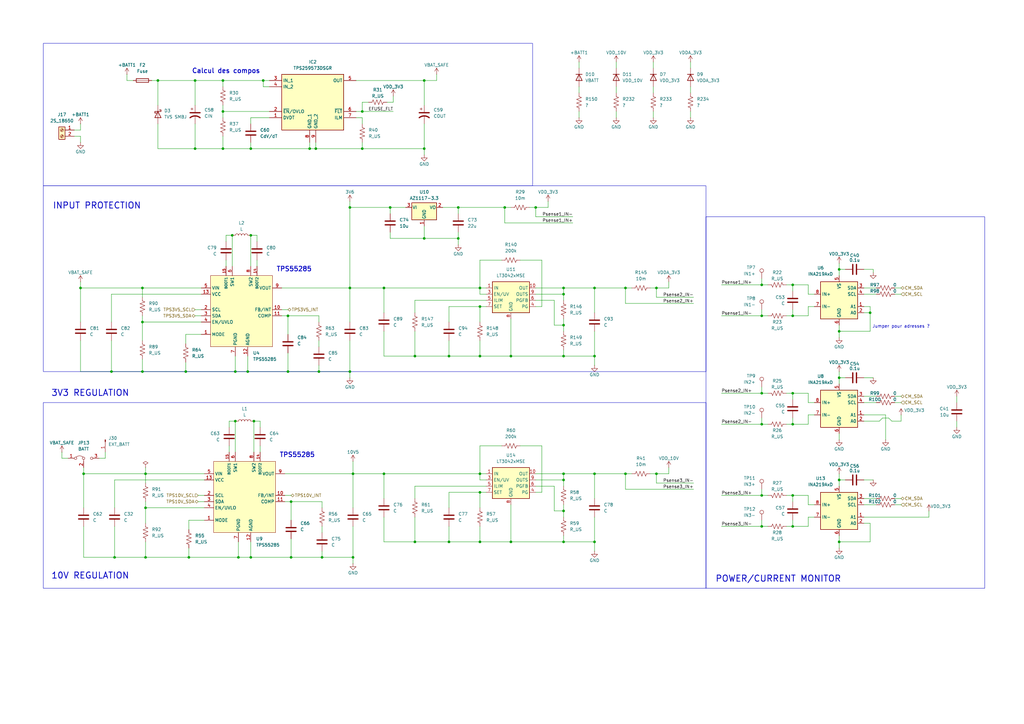
<source format=kicad_sch>
(kicad_sch (version 20250114) (generator "eeschema") (generator_version "9.0")
  (paper "A3")
  (rectangle (start 17.78 165.1) (end 289.56 241.3))
  (rectangle (start 17.78 76.2) (end 289.56 152.4))
  (rectangle (start 17.78 17.78) (end 218.44 76.2))
  (rectangle (start 289.56 88.9) (end 403.86 241.3))
  (text "Calcul des compos" (at 92.71 29.21 0) (effects (font (size 1.905 1.905) (thickness 0.3175))))
  (text "Jumper pour adresses ?" (at 369.57 133.985 0) (effects (font (size 1.27 1.27))))
  (text "TPS55285" (at 120.65 110.49 0) (effects (font (size 1.905 1.905) (thickness 0.3175))))
  (text "10V REGULATION" (at 20.955 236.22 0) (effects (font (size 2.54 2.54) (thickness 0.3175)) (justify left)))
  (text "3V3 REGULATION" (at 20.955 161.29 0) (effects (font (size 2.54 2.54) (thickness 0.3175)) (justify left)))
  (text "POWER/CURRENT MONITOR" (at 293.37 237.49 0) (effects (font (size 2.54 2.54) (thickness 0.3175)) (justify left)))
  (text "INPUT PROTECTION" (at 21.59 84.455 0) (effects (font (size 2.54 2.54) (thickness 0.3175)) (justify left)))
  (text "TPS55285" (at 121.92 186.69 0) (effects (font (size 1.905 1.905) (thickness 0.3175))))
  (junction (at 196.85 201.93))
  (junction (at 119.38 205.74))
  (junction (at 170.18 146.05))
  (junction (at 80.01 60.96))
  (junction (at 312.42 215.9))
  (junction (at 127 60.96))
  (junction (at 143.51 118.11))
  (junction (at 231.14 194.31))
  (junction (at 325.12 116.84))
  (junction (at 91.44 60.96))
  (junction (at 209.55 146.05))
  (junction (at 76.2 152.4))
  (junction (at 344.17 222.25))
  (junction (at 325.12 173.99))
  (junction (at 96.52 172.72))
  (junction (at 132.08 228.6))
  (junction (at 160.02 85.09))
  (junction (at 58.42 118.11))
  (junction (at 231.14 209.55))
  (junction (at 187.96 97.79))
  (junction (at 46.99 228.6))
  (junction (at 59.69 228.6))
  (junction (at 325.12 161.29))
  (junction (at 170.18 222.25))
  (junction (at 325.12 203.2))
  (junction (at 231.14 118.11))
  (junction (at 231.14 133.35))
  (junction (at 129.54 60.96))
  (junction (at 33.02 118.11))
  (junction (at 231.14 222.25))
  (junction (at 269.24 118.11))
  (junction (at 143.51 152.4))
  (junction (at 101.6 152.4))
  (junction (at 243.84 222.25))
  (junction (at 64.77 33.02))
  (junction (at 196.85 222.25))
  (junction (at 77.47 228.6))
  (junction (at 196.85 125.73))
  (junction (at 312.42 203.2))
  (junction (at 102.87 60.96))
  (junction (at 144.78 194.31))
  (junction (at 196.85 194.31))
  (junction (at 91.44 33.02))
  (junction (at 34.29 194.31))
  (junction (at 231.14 146.05))
  (junction (at 231.14 120.65))
  (junction (at 143.51 85.09))
  (junction (at 118.11 152.4))
  (junction (at 187.96 85.09))
  (junction (at 325.12 215.9))
  (junction (at 243.84 146.05))
  (junction (at 196.85 146.05))
  (junction (at 256.54 194.31))
  (junction (at 243.84 118.11))
  (junction (at 356.87 128.27))
  (junction (at 344.17 154.94))
  (junction (at 231.14 196.85))
  (junction (at 45.72 152.4))
  (junction (at 157.48 194.31))
  (junction (at 97.79 228.6))
  (junction (at 269.24 194.31))
  (junction (at 344.17 196.85))
  (junction (at 118.11 129.54))
  (junction (at 102.87 228.6))
  (junction (at 102.87 96.52))
  (junction (at 59.69 194.31))
  (junction (at 312.42 161.29))
  (junction (at 184.15 222.25))
  (junction (at 80.01 33.02))
  (junction (at 209.55 222.25))
  (junction (at 312.42 129.54))
  (junction (at 130.81 152.4))
  (junction (at 243.84 194.31))
  (junction (at 173.99 60.96))
  (junction (at 96.52 152.4))
  (junction (at 95.25 96.52))
  (junction (at 119.38 228.6))
  (junction (at 312.42 173.99))
  (junction (at 58.42 132.08))
  (junction (at 144.78 228.6))
  (junction (at 59.69 208.28))
  (junction (at 344.17 135.89))
  (junction (at 312.42 116.84))
  (junction (at 104.14 172.72))
  (junction (at 184.15 146.05))
  (junction (at 173.99 97.79))
  (junction (at 207.01 85.09))
  (junction (at 148.59 60.96))
  (junction (at 107.95 33.02))
  (junction (at 157.48 118.11))
  (junction (at 256.54 118.11))
  (junction (at 344.17 110.49))
  (junction (at 196.85 118.11))
  (junction (at 91.44 45.72))
  (junction (at 173.99 33.02))
  (junction (at 58.42 152.4))
  (junction (at 148.59 45.72))
  (junction (at 325.12 129.54))
  (junction (at 219.71 85.09))
  (wire (pts (xy 187.96 85.09) (xy 207.01 85.09)))
  (wire (pts (xy 219.71 120.65) (xy 231.14 120.65)))
  (wire (pts (xy 196.85 118.11) (xy 196.85 106.68)))
  (wire (pts (xy 219.71 196.85) (xy 231.14 196.85)))
  (wire (pts (xy 354.33 165.1) (xy 359.41 165.1)))
  (wire (pts (xy 365.76 172.72) (xy 369.57 172.72)))
  (wire (pts (xy 45.72 120.65) (xy 45.72 132.08)))
  (wire (pts (xy 334.01 125.73) (xy 331.47 125.73)))
  (wire (pts (xy 234.95 88.9) (xy 219.71 88.9)))
  (wire (pts (xy 184.15 201.93) (xy 196.85 201.93)))
  (wire (pts (xy 95.25 96.52) (xy 95.25 109.22)))
  (wire (pts (xy 91.44 45.72) (xy 110.49 45.72)))
  (wire (pts (xy 243.84 194.31) (xy 256.54 194.31)))
  (wire (pts (xy 344.17 194.31) (xy 344.17 196.85)))
  (wire (pts (xy 33.02 139.7) (xy 33.02 152.4)))
  (wire (pts (xy 157.48 118.11) (xy 157.48 128.27)))
  (wire (pts (xy 187.96 95.25) (xy 187.96 97.79)))
  (wire (pts (xy 148.59 60.96) (xy 129.54 60.96)))
  (wire (pts (xy 45.72 139.7) (xy 45.72 152.4)))
  (wire (pts (xy 356.87 214.63) (xy 356.87 222.25)))
  (wire (pts (xy 196.85 201.93) (xy 199.39 201.93)))
  (wire (pts (xy 151.13 41.91) (xy 148.59 41.91)))
  (wire (pts (xy 58.42 118.11) (xy 82.55 118.11)))
  (wire (pts (xy 170.18 135.89) (xy 170.18 146.05)))
  (wire (pts (xy 77.47 213.36) (xy 77.47 217.17)))
  (wire (pts (xy 91.44 45.72) (xy 91.44 48.26)))
  (wire (pts (xy 295.91 215.9) (xy 312.42 215.9)))
  (wire (pts (xy 52.07 33.02) (xy 54.61 33.02)))
  (wire (pts (xy 80.01 50.8) (xy 80.01 60.96)))
  (wire (pts (xy 284.48 124.46) (xy 256.54 124.46)))
  (wire (pts (xy 77.47 224.79) (xy 77.47 228.6)))
  (wire (pts (xy 102.87 96.52) (xy 105.41 96.52)))
  (wire (pts (xy 115.57 127) (xy 118.11 127)))
  (wire (pts (xy 62.23 33.02) (xy 64.77 33.02)))
  (wire (pts (xy 118.11 152.4) (xy 118.11 144.78)))
  (wire (pts (xy 344.17 110.49) (xy 346.71 110.49)))
  (wire (pts (xy 104.14 172.72) (xy 104.14 185.42)))
  (wire (pts (xy 161.29 39.37) (xy 161.29 41.91)))
  (wire (pts (xy 354.33 118.11) (xy 359.41 118.11)))
  (wire (pts (xy 354.33 120.65) (xy 359.41 120.65)))
  (wire (pts (xy 127 60.96) (xy 127 58.42)))
  (wire (pts (xy 274.32 115.57) (xy 274.32 118.11)))
  (wire (pts (xy 312.42 173.99) (xy 314.96 173.99)))
  (wire (pts (xy 199.39 120.65) (xy 196.85 120.65)))
  (wire (pts (xy 312.42 203.2) (xy 314.96 203.2)))
  (wire (pts (xy 354.33 162.56) (xy 359.41 162.56)))
  (wire (pts (xy 331.47 173.99) (xy 325.12 173.99)))
  (wire (pts (xy 219.71 123.19) (xy 227.33 123.19)))
  (wire (pts (xy 325.12 213.36) (xy 325.12 215.9)))
  (wire (pts (xy 325.12 161.29) (xy 325.12 163.83)))
  (wire (pts (xy 381 212.09) (xy 354.33 212.09)))
  (wire (pts (xy 77.47 228.6) (xy 97.79 228.6)))
  (wire (pts (xy 331.47 129.54) (xy 325.12 129.54)))
  (wire (pts (xy 367.03 120.65) (xy 369.57 120.65)))
  (wire (pts (xy 58.42 147.32) (xy 58.42 152.4)))
  (wire (pts (xy 356.87 135.89) (xy 344.17 135.89)))
  (wire (pts (xy 312.42 213.36) (xy 312.42 215.9)))
  (wire (pts (xy 59.69 198.12) (xy 59.69 194.31)))
  (wire (pts (xy 118.11 152.4) (xy 101.6 152.4)))
  (wire (pts (xy 58.42 129.54) (xy 58.42 132.08)))
  (wire (pts (xy 46.99 228.6) (xy 59.69 228.6)))
  (wire (pts (xy 130.81 149.86) (xy 130.81 152.4)))
  (wire (pts (xy 160.02 85.09) (xy 160.02 87.63)))
  (wire (pts (xy 256.54 194.31) (xy 259.08 194.31)))
  (wire (pts (xy 360.68 172.72) (xy 361.95 171.45)))
  (wire (pts (xy 209.55 146.05) (xy 231.14 146.05)))
  (wire (pts (xy 130.81 139.7) (xy 130.81 142.24)))
  (wire (pts (xy 356.87 222.25) (xy 344.17 222.25)))
  (wire (pts (xy 344.17 219.71) (xy 344.17 222.25)))
  (wire (pts (xy 222.25 182.88) (xy 222.25 201.93)))
  (wire (pts (xy 101.6 152.4) (xy 96.52 152.4)))
  (wire (pts (xy 283.21 25.4) (xy 283.21 27.94)))
  (wire (pts (xy 116.84 194.31) (xy 144.78 194.31)))
  (wire (pts (xy 143.51 139.7) (xy 143.51 152.4)))
  (wire (pts (xy 267.97 48.26) (xy 267.97 45.72)))
  (wire (pts (xy 179.07 33.02) (xy 179.07 30.48)))
  (wire (pts (xy 43.18 185.42) (xy 43.18 187.96)))
  (wire (pts (xy 143.51 82.55) (xy 143.51 85.09)))
  (wire (pts (xy 295.91 203.2) (xy 312.42 203.2)))
  (wire (pts (xy 184.15 222.25) (xy 196.85 222.25)))
  (wire (pts (xy 157.48 194.31) (xy 157.48 204.47)))
  (wire (pts (xy 325.12 161.29) (xy 322.58 161.29)))
  (wire (pts (xy 213.36 182.88) (xy 222.25 182.88)))
  (wire (pts (xy 274.32 191.77) (xy 274.32 194.31)))
  (wire (pts (xy 173.99 92.71) (xy 173.99 97.79)))
  (wire (pts (xy 312.42 114.3) (xy 312.42 116.84)))
  (wire (pts (xy 252.73 38.1) (xy 252.73 35.56)))
  (wire (pts (xy 34.29 194.31) (xy 34.29 208.28)))
  (wire (pts (xy 33.02 115.57) (xy 33.02 118.11)))
  (wire (pts (xy 231.14 196.85) (xy 231.14 194.31)))
  (wire (pts (xy 95.25 96.52) (xy 92.71 96.52)))
  (wire (pts (xy 363.22 180.34) (xy 363.22 170.18)))
  (wire (pts (xy 312.42 200.66) (xy 312.42 203.2)))
  (wire (pts (xy 354.33 125.73) (xy 356.87 125.73)))
  (wire (pts (xy 144.78 194.31) (xy 144.78 208.28)))
  (wire (pts (xy 331.47 120.65) (xy 331.47 116.84)))
  (wire (pts (xy 325.12 215.9) (xy 322.58 215.9)))
  (wire (pts (xy 392.43 162.56) (xy 392.43 165.1)))
  (wire (pts (xy 45.72 152.4) (xy 58.42 152.4)))
  (wire (pts (xy 358.14 111.76) (xy 358.14 110.49)))
  (wire (pts (xy 106.68 182.88) (xy 106.68 185.42)))
  (wire (pts (xy 231.14 133.35) (xy 231.14 135.89)))
  (wire (pts (xy 146.05 33.02) (xy 173.99 33.02)))
  (wire (pts (xy 34.29 215.9) (xy 34.29 228.6)))
  (wire (pts (xy 97.79 228.6) (xy 97.79 222.25)))
  (wire (pts (xy 227.33 133.35) (xy 231.14 133.35)))
  (wire (pts (xy 367.03 118.11) (xy 369.57 118.11)))
  (wire (pts (xy 243.84 226.06) (xy 243.84 222.25)))
  (wire (pts (xy 59.69 208.28) (xy 83.82 208.28)))
  (wire (pts (xy 367.03 204.47) (xy 369.57 204.47)))
  (wire (pts (xy 129.54 60.96) (xy 127 60.96)))
  (wire (pts (xy 219.71 85.09) (xy 224.79 85.09)))
  (wire (pts (xy 227.33 209.55) (xy 231.14 209.55)))
  (wire (pts (xy 119.38 205.74) (xy 132.08 205.74)))
  (wire (pts (xy 356.87 128.27) (xy 356.87 135.89)))
  (wire (pts (xy 59.69 205.74) (xy 59.69 208.28)))
  (wire (pts (xy 237.49 45.72) (xy 237.49 48.26)))
  (wire (pts (xy 231.14 209.55) (xy 231.14 212.09)))
  (wire (pts (xy 231.14 207.01) (xy 231.14 209.55)))
  (wire (pts (xy 58.42 139.7) (xy 58.42 132.08)))
  (wire (pts (xy 59.69 208.28) (xy 59.69 214.63)))
  (wire (pts (xy 81.28 203.2) (xy 83.82 203.2)))
  (wire (pts (xy 196.85 182.88) (xy 205.74 182.88)))
  (wire (pts (xy 157.48 118.11) (xy 196.85 118.11)))
  (wire (pts (xy 148.59 45.72) (xy 146.05 45.72)))
  (wire (pts (xy 284.48 200.66) (xy 256.54 200.66)))
  (wire (pts (xy 196.85 215.9) (xy 196.85 222.25)))
  (wire (pts (xy 222.25 125.73) (xy 219.71 125.73)))
  (wire (pts (xy 173.99 33.02) (xy 179.07 33.02)))
  (wire (pts (xy 101.6 146.05) (xy 101.6 152.4)))
  (wire (pts (xy 269.24 198.12) (xy 269.24 194.31)))
  (wire (pts (xy 367.03 207.01) (xy 369.57 207.01)))
  (wire (pts (xy 344.17 196.85) (xy 344.17 199.39)))
  (wire (pts (xy 196.85 139.7) (xy 196.85 146.05)))
  (wire (pts (xy 314.96 161.29) (xy 312.42 161.29)))
  (wire (pts (xy 91.44 55.88) (xy 91.44 60.96)))
  (wire (pts (xy 160.02 85.09) (xy 166.37 85.09)))
  (wire (pts (xy 219.71 199.39) (xy 227.33 199.39)))
  (wire (pts (xy 64.77 60.96) (xy 80.01 60.96)))
  (wire (pts (xy 64.77 50.8) (xy 64.77 60.96)))
  (wire (pts (xy 132.08 226.06) (xy 132.08 228.6)))
  (wire (pts (xy 252.73 48.26) (xy 252.73 45.72)))
  (wire (pts (xy 170.18 146.05) (xy 184.15 146.05)))
  (wire (pts (xy 144.78 228.6) (xy 144.78 231.14)))
  (wire (pts (xy 184.15 139.7) (xy 184.15 146.05)))
  (wire (pts (xy 243.84 222.25) (xy 243.84 212.09)))
  (wire (pts (xy 354.33 207.01) (xy 359.41 207.01)))
  (wire (pts (xy 158.75 41.91) (xy 161.29 41.91)))
  (wire (pts (xy 243.84 118.11) (xy 256.54 118.11)))
  (wire (pts (xy 354.33 204.47) (xy 359.41 204.47)))
  (wire (pts (xy 106.68 172.72) (xy 106.68 175.26)))
  (wire (pts (xy 266.7 118.11) (xy 269.24 118.11)))
  (wire (pts (xy 92.71 106.68) (xy 92.71 109.22)))
  (wire (pts (xy 381 209.55) (xy 381 212.09)))
  (wire (pts (xy 173.99 97.79) (xy 187.96 97.79)))
  (wire (pts (xy 102.87 96.52) (xy 102.87 109.22)))
  (wire (pts (xy 146.05 48.26) (xy 148.59 48.26)))
  (wire (pts (xy 243.84 146.05) (xy 243.84 135.89)))
  (wire (pts (xy 344.17 154.94) (xy 344.17 157.48)))
  (wire (pts (xy 334.01 212.09) (xy 331.47 212.09)))
  (wire (pts (xy 344.17 110.49) (xy 344.17 113.03)))
  (wire (pts (xy 367.03 162.56) (xy 369.57 162.56)))
  (wire (pts (xy 213.36 106.68) (xy 222.25 106.68)))
  (wire (pts (xy 143.51 118.11) (xy 157.48 118.11)))
  (wire (pts (xy 157.48 135.89) (xy 157.48 146.05)))
  (wire (pts (xy 184.15 208.28) (xy 184.15 201.93)))
  (wire (pts (xy 331.47 203.2) (xy 325.12 203.2)))
  (wire (pts (xy 358.14 196.85) (xy 354.33 196.85)))
  (wire (pts (xy 369.57 170.18) (xy 369.57 172.72)))
  (wire (pts (xy 33.02 50.8) (xy 33.02 53.34)))
  (wire (pts (xy 269.24 194.31) (xy 274.32 194.31)))
  (wire (pts (xy 45.72 120.65) (xy 82.55 120.65)))
  (wire (pts (xy 76.2 152.4) (xy 96.52 152.4)))
  (wire (pts (xy 312.42 215.9) (xy 314.96 215.9)))
  (wire (pts (xy 144.78 189.23) (xy 144.78 194.31)))
  (wire (pts (xy 58.42 132.08) (xy 82.55 132.08)))
  (wire (pts (xy 148.59 48.26) (xy 148.59 50.8)))
  (wire (pts (xy 331.47 215.9) (xy 325.12 215.9)))
  (wire (pts (xy 118.11 152.4) (xy 130.81 152.4)))
  (wire (pts (xy 231.14 222.25) (xy 243.84 222.25)))
  (wire (pts (xy 207.01 85.09) (xy 209.55 85.09)))
  (wire (pts (xy 222.25 106.68) (xy 222.25 125.73)))
  (wire (pts (xy 119.38 203.2) (xy 116.84 203.2)))
  (wire (pts (xy 325.12 171.45) (xy 325.12 173.99)))
  (wire (pts (xy 25.4 185.42) (xy 25.4 187.96)))
  (wire (pts (xy 52.07 30.48) (xy 52.07 33.02)))
  (wire (pts (xy 107.95 33.02) (xy 107.95 35.56)))
  (wire (pts (xy 219.71 194.31) (xy 231.14 194.31)))
  (wire (pts (xy 187.96 97.79) (xy 187.96 100.33)))
  (wire (pts (xy 267.97 38.1) (xy 267.97 35.56)))
  (wire (pts (xy 184.15 146.05) (xy 196.85 146.05)))
  (wire (pts (xy 196.85 201.93) (xy 196.85 208.28)))
  (wire (pts (xy 231.14 118.11) (xy 243.84 118.11)))
  (wire (pts (xy 331.47 212.09) (xy 331.47 215.9)))
  (wire (pts (xy 91.44 60.96) (xy 102.87 60.96)))
  (wire (pts (xy 219.71 85.09) (xy 219.71 88.9)))
  (wire (pts (xy 132.08 205.74) (xy 132.08 208.28)))
  (wire (pts (xy 199.39 194.31) (xy 196.85 194.31)))
  (wire (pts (xy 227.33 123.19) (xy 227.33 133.35)))
  (wire (pts (xy 157.48 212.09) (xy 157.48 222.25)))
  (wire (pts (xy 132.08 215.9) (xy 132.08 218.44)))
  (wire (pts (xy 105.41 96.52) (xy 105.41 99.06)))
  (wire (pts (xy 256.54 118.11) (xy 256.54 124.46)))
  (wire (pts (xy 80.01 33.02) (xy 91.44 33.02)))
  (wire (pts (xy 231.14 146.05) (xy 231.14 143.51)))
  (wire (pts (xy 243.84 149.86) (xy 243.84 146.05)))
  (wire (pts (xy 199.39 118.11) (xy 196.85 118.11)))
  (wire (pts (xy 209.55 207.01) (xy 209.55 222.25)))
  (wire (pts (xy 102.87 228.6) (xy 97.79 228.6)))
  (wire (pts (xy 46.99 215.9) (xy 46.99 228.6)))
  (wire (pts (xy 344.17 177.8) (xy 344.17 180.34)))
  (wire (pts (xy 325.12 116.84) (xy 322.58 116.84)))
  (wire (pts (xy 234.95 91.44) (xy 207.01 91.44)))
  (wire (pts (xy 118.11 129.54) (xy 130.81 129.54)))
  (wire (pts (xy 344.17 154.94) (xy 346.71 154.94)))
  (wire (pts (xy 334.01 120.65) (xy 331.47 120.65)))
  (wire (pts (xy 196.85 125.73) (xy 196.85 132.08)))
  (wire (pts (xy 325.12 129.54) (xy 322.58 129.54)))
  (wire (pts (xy 199.39 199.39) (xy 170.18 199.39)))
  (wire (pts (xy 170.18 199.39) (xy 170.18 204.47)))
  (wire (pts (xy 129.54 58.42) (xy 129.54 60.96)))
  (wire (pts (xy 344.17 152.4) (xy 344.17 154.94)))
  (wire (pts (xy 243.84 118.11) (xy 243.84 128.27)))
  (wire (pts (xy 143.51 85.09) (xy 160.02 85.09)))
  (wire (pts (xy 199.39 196.85) (xy 196.85 196.85)))
  (wire (pts (xy 46.99 196.85) (xy 46.99 208.28)))
  (wire (pts (xy 312.42 171.45) (xy 312.42 173.99)))
  (wire (pts (xy 80.01 60.96) (xy 91.44 60.96)))
  (wire (pts (xy 187.96 85.09) (xy 181.61 85.09)))
  (wire (pts (xy 196.85 194.31) (xy 196.85 182.88)))
  (wire (pts (xy 148.59 58.42) (xy 148.59 60.96)))
  (wire (pts (xy 184.15 132.08) (xy 184.15 125.73)))
  (wire (pts (xy 102.87 60.96) (xy 127 60.96)))
  (wire (pts (xy 173.99 60.96) (xy 148.59 60.96)))
  (wire (pts (xy 82.55 137.16) (xy 76.2 137.16)))
  (wire (pts (xy 102.87 48.26) (xy 110.49 48.26)))
  (wire (pts (xy 119.38 205.74) (xy 119.38 213.36)))
  (wire (pts (xy 196.85 196.85) (xy 196.85 194.31)))
  (wire (pts (xy 33.02 55.88) (xy 30.48 55.88)))
  (wire (pts (xy 344.17 138.43) (xy 344.17 135.89)))
  (wire (pts (xy 227.33 199.39) (xy 227.33 209.55)))
  (wire (pts (xy 184.15 215.9) (xy 184.15 222.25)))
  (wire (pts (xy 58.42 121.92) (xy 58.42 118.11)))
  (wire (pts (xy 312.42 116.84) (xy 314.96 116.84)))
  (wire (pts (xy 196.85 125.73) (xy 199.39 125.73)))
  (wire (pts (xy 102.87 58.42) (xy 102.87 60.96)))
  (wire (pts (xy 59.69 194.31) (xy 83.82 194.31)))
  (wire (pts (xy 34.29 191.77) (xy 34.29 194.31)))
  (wire (pts (xy 331.47 125.73) (xy 331.47 129.54)))
  (wire (pts (xy 119.38 228.6) (xy 132.08 228.6)))
  (wire (pts (xy 96.52 172.72) (xy 96.52 185.42)))
  (wire (pts (xy 80.01 129.54) (xy 82.55 129.54)))
  (wire (pts (xy 363.22 170.18) (xy 354.33 170.18)))
  (wire (pts (xy 344.17 222.25) (xy 344.17 224.79)))
  (wire (pts (xy 130.81 152.4) (xy 143.51 152.4)))
  (wire (pts (xy 295.91 129.54) (xy 312.42 129.54)))
  (wire (pts (xy 231.14 222.25) (xy 231.14 219.71)))
  (wire (pts (xy 325.12 203.2) (xy 325.12 205.74)))
  (wire (pts (xy 231.14 194.31) (xy 243.84 194.31)))
  (wire (pts (xy 143.51 118.11) (xy 143.51 132.08)))
  (wire (pts (xy 115.57 118.11) (xy 143.51 118.11)))
  (wire (pts (xy 173.99 33.02) (xy 173.99 43.18)))
  (wire (pts (xy 331.47 165.1) (xy 331.47 161.29)))
  (wire (pts (xy 269.24 118.11) (xy 274.32 118.11)))
  (wire (pts (xy 157.48 222.25) (xy 170.18 222.25)))
  (wire (pts (xy 344.17 107.95) (xy 344.17 110.49)))
  (wire (pts (xy 354.33 172.72) (xy 360.68 172.72)))
  (wire (pts (xy 92.71 96.52) (xy 92.71 99.06)))
  (wire (pts (xy 331.47 207.01) (xy 331.47 203.2)))
  (wire (pts (xy 334.01 170.18) (xy 331.47 170.18)))
  (wire (pts (xy 231.14 123.19) (xy 231.14 120.65)))
  (wire (pts (xy 76.2 137.16) (xy 76.2 140.97)))
  (wire (pts (xy 96.52 172.72) (xy 93.98 172.72)))
  (wire (pts (xy 358.14 154.94) (xy 354.33 154.94)))
  (wire (pts (xy 173.99 63.5) (xy 173.99 60.96)))
  (wire (pts (xy 231.14 146.05) (xy 243.84 146.05)))
  (wire (pts (xy 81.28 205.74) (xy 83.82 205.74)))
  (wire (pts (xy 34.29 228.6) (xy 46.99 228.6)))
  (wire (pts (xy 148.59 41.91) (xy 148.59 45.72)))
  (wire (pts (xy 222.25 201.93) (xy 219.71 201.93)))
  (wire (pts (xy 209.55 130.81) (xy 209.55 146.05)))
  (wire (pts (xy 237.49 38.1) (xy 237.49 35.56)))
  (wire (pts (xy 107.95 35.56) (xy 110.49 35.56)))
  (wire (pts (xy 284.48 198.12) (xy 269.24 198.12)))
  (wire (pts (xy 46.99 196.85) (xy 83.82 196.85)))
  (wire (pts (xy 132.08 228.6) (xy 144.78 228.6)))
  (wire (pts (xy 143.51 85.09) (xy 143.51 118.11)))
  (wire (pts (xy 93.98 172.72) (xy 93.98 175.26)))
  (wire (pts (xy 269.24 121.92) (xy 269.24 118.11)))
  (wire (pts (xy 118.11 129.54) (xy 115.57 129.54)))
  (wire (pts (xy 358.14 110.49) (xy 354.33 110.49)))
  (wire (pts (xy 184.15 125.73) (xy 196.85 125.73)))
  (wire (pts (xy 312.42 129.54) (xy 314.96 129.54)))
  (wire (pts (xy 312.42 127) (xy 312.42 129.54)))
  (wire (pts (xy 144.78 215.9) (xy 144.78 228.6)))
  (wire (pts (xy 144.78 194.31) (xy 157.48 194.31)))
  (wire (pts (xy 231.14 120.65) (xy 231.14 118.11)))
  (wire (pts (xy 173.99 50.8) (xy 173.99 60.96)))
  (wire (pts (xy 231.14 130.81) (xy 231.14 133.35)))
  (wire (pts (xy 33.02 53.34) (xy 30.48 53.34)))
  (wire (pts (xy 334.01 207.01) (xy 331.47 207.01)))
  (wire (pts (xy 364.49 171.45) (xy 365.76 172.72)))
  (wire (pts (xy 256.54 194.31) (xy 256.54 200.66)))
  (wire (pts (xy 266.7 194.31) (xy 269.24 194.31)))
  (wire (pts (xy 102.87 50.8) (xy 102.87 48.26)))
  (wire (pts (xy 312.42 158.75) (xy 312.42 161.29)))
  (wire (pts (xy 392.43 175.26) (xy 392.43 172.72)))
  (wire (pts (xy 43.18 187.96) (xy 40.64 187.96)))
  (wire (pts (xy 148.59 45.72) (xy 161.29 45.72)))
  (wire (pts (xy 361.95 171.45) (xy 364.49 171.45)))
  (wire (pts (xy 116.84 205.74) (xy 119.38 205.74)))
  (wire (pts (xy 331.47 161.29) (xy 325.12 161.29)))
  (wire (pts (xy 102.87 228.6) (xy 119.38 228.6)))
  (wire (pts (xy 59.69 222.25) (xy 59.69 228.6)))
  (wire (pts (xy 367.03 165.1) (xy 369.57 165.1)))
  (wire (pts (xy 295.91 173.99) (xy 312.42 173.99)))
  (wire (pts (xy 267.97 25.4) (xy 267.97 27.94)))
  (wire (pts (xy 105.41 106.68) (xy 105.41 109.22)))
  (wire (pts (xy 64.77 43.18) (xy 64.77 33.02)))
  (wire (pts (xy 199.39 123.19) (xy 170.18 123.19)))
  (wire (pts (xy 354.33 214.63) (xy 356.87 214.63)))
  (wire (pts (xy 104.14 172.72) (xy 106.68 172.72)))
  (wire (pts (xy 256.54 118.11) (xy 259.08 118.11)))
  (wire (pts (xy 83.82 213.36) (xy 77.47 213.36)))
  (wire (pts (xy 325.12 203.2) (xy 322.58 203.2)))
  (wire (pts (xy 34.29 194.31) (xy 59.69 194.31)))
  (wire (pts (xy 170.18 212.09) (xy 170.18 222.25)))
  (wire (pts (xy 33.02 152.4) (xy 45.72 152.4)))
  (wire (pts (xy 196.85 222.25) (xy 209.55 222.25)))
  (wire (pts (xy 325.12 116.84) (xy 325.12 119.38)))
  (wire (pts (xy 283.21 48.26) (xy 283.21 45.72)))
  (wire (pts (xy 91.44 33.02) (xy 107.95 33.02)))
  (wire (pts (xy 59.69 191.77) (xy 59.69 194.31)))
  (wire (pts (xy 187.96 87.63) (xy 187.96 85.09)))
  (wire (pts (xy 224.79 82.55) (xy 224.79 85.09)))
  (wire (pts (xy 76.2 148.59) (xy 76.2 152.4)))
  (wire (pts (xy 325.12 173.99) (xy 322.58 173.99)))
  (wire (pts (xy 91.44 33.02) (xy 91.44 35.56)))
  (wire (pts (xy 110.49 33.02) (xy 107.95 33.02)))
  (wire (pts (xy 217.17 85.09) (xy 219.71 85.09)))
  (wire (pts (xy 219.71 118.11) (xy 231.14 118.11)))
  (wire (pts (xy 157.48 146.05) (xy 170.18 146.05)))
  (wire (pts (xy 284.48 121.92) (xy 269.24 121.92)))
  (wire (pts (xy 33.02 118.11) (xy 58.42 118.11)))
  (wire (pts (xy 25.4 187.96) (xy 27.94 187.96)))
  (wire (pts (xy 93.98 182.88) (xy 93.98 185.42)))
  (wire (pts (xy 59.69 228.6) (xy 77.47 228.6)))
  (wire (pts (xy 331.47 170.18) (xy 331.47 173.99)))
  (wire (pts (xy 209.55 222.25) (xy 231.14 222.25)))
  (wire (pts (xy 344.17 135.89) (xy 344.17 133.35)))
  (wire (pts (xy 243.84 194.31) (xy 243.84 204.47)))
  (wire (pts (xy 170.18 222.25) (xy 184.15 222.25)))
  (wire (pts (xy 344.17 196.85) (xy 346.71 196.85)))
  (wire (pts (xy 160.02 95.25) (xy 160.02 97.79)))
  (wire (pts (xy 130.81 129.54) (xy 130.81 132.08)))
  (wire (pts (xy 80.01 33.02) (xy 80.01 43.18)))
  (wire (pts (xy 196.85 120.65) (xy 196.85 118.11)))
  (wire (pts (xy 356.87 125.73) (xy 356.87 128.27)))
  (wire (pts (xy 96.52 152.4) (xy 96.52 146.05)))
  (wire (pts (xy 157.48 194.31) (xy 196.85 194.31)))
  (wire (pts (xy 170.18 123.19) (xy 170.18 128.27)))
  (wire (pts (xy 119.38 228.6) (xy 119.38 220.98)))
  (wire (pts (xy 331.47 116.84) (xy 325.12 116.84)))
  (wire (pts (xy 196.85 146.05) (xy 209.55 146.05)))
  (wire (pts (xy 354.33 128.27) (xy 356.87 128.27)))
  (wire (pts (xy 58.42 152.4) (xy 76.2 152.4)))
  (wire (pts (xy 334.01 165.1) (xy 331.47 165.1)))
  (wire (pts (xy 312.42 161.29) (xy 295.91 161.29)))
  (wire (pts (xy 118.11 129.54) (xy 118.11 137.16)))
  (wire (pts (xy 252.73 25.4) (xy 252.73 27.94)))
  (wire (pts (xy 207.01 85.09) (xy 207.01 91.44)))
  (wire (pts (xy 80.01 127) (xy 82.55 127)))
  (wire (pts (xy 283.21 38.1) (xy 283.21 35.56)))
  (wire (pts (xy 295.91 116.84) (xy 312.42 116.84)))
  (wire (pts (xy 64.77 33.02) (xy 80.01 33.02)))
  (wire (pts (xy 160.02 97.79) (xy 173.99 97.79)))
  (wire (pts (xy 33.02 58.42) (xy 33.02 55.88)))
  (wire (pts (xy 325.12 127) (xy 325.12 129.54)))
  (wire (pts (xy 196.85 106.68) (xy 205.74 106.68)))
  (wire (pts (xy 91.44 43.18) (xy 91.44 45.72)))
  (wire (pts (xy 102.87 222.25) (xy 102.87 228.6)))
  (wire (pts (xy 143.51 152.4) (xy 143.51 154.94)))
  (wire (pts (xy 231.14 199.39) (xy 231.14 196.85)))
  (wire (pts (xy 33.02 118.11) (xy 33.02 132.08)))
  (wire (pts (xy 237.49 25.4) (xy 237.49 27.94)))
  (label "Psense1_IN-" (at 295.91 129.54 0))
  (label "Psense2_IN-" (at 284.48 121.92 180))
  (label "Psense3_IN+" (at 295.91 203.2 0))
  (label "Psense1_IN-" (at 234.95 88.9 180))
  (label "Psense3_IN+" (at 284.48 200.66 180))
  (label "Psense2_IN+" (at 295.91 161.29 0))
  (label "EFUSE_FLT" (at 161.29 45.72 180))
  (label "Psense1_IN+" (at 234.95 91.44 180))
  (label "Psense3_IN-" (at 284.48 198.12 180))
  (label "Psense2_IN-" (at 295.91 173.99 0))
  (label "Psense2_IN+" (at 284.48 124.46 180))
  (label "Psense1_IN+" (at 295.91 116.84 0))
  (label "Psense3_IN-" (at 295.91 215.9 0))
  (hierarchical_label "CM_SCL" (shape input) (at 369.57 207.01 0))
  (hierarchical_label "CM_SDA" (shape bidirectional) (at 369.57 204.47 0))
  (hierarchical_label "TPS3V5_SDA" (shape bidirectional) (at 80.01 129.54 180))
  (hierarchical_label "CM_SDA" (shape bidirectional) (at 369.57 118.11 0))
  (hierarchical_label "TPS10V_INT" (shape bidirectional) (at 119.38 203.2 0))
  (hierarchical_label "CM_SCL" (shape input) (at 369.57 165.1 0))
  (hierarchical_label "TPS10V_SDA" (shape bidirectional) (at 81.28 205.74 180))
  (hierarchical_label "CM_SCL" (shape input) (at 369.57 120.65 0))
  (hierarchical_label "CM_SDA" (shape bidirectional) (at 369.57 162.56 0))
  (hierarchical_label "TPS10V_SCL" (shape input) (at 81.28 203.2 180))
  (hierarchical_label "TPS3V5_INT" (shape bidirectional) (at 118.11 127 0))
  (hierarchical_label "TPS3V5_SCL" (shape input) (at 80.01 127 180))
  (symbol (lib_id "power:GND") (at 344.17 180.34 0) (unit 1)
    (property "Reference" "#PWR084" (effects (hide yes)))
    (property "Value" "GND" (at 344.17 184.15 0))
    (property "Description" "Power symbol creates a global label with name \"GND\" , ground" (effects (hide yes)))
  )
  (symbol (lib_id "Device:R_US") (at 59.69 201.93 0) (unit 1)
    (property "Reference" "R91" (at 62.23 200.6599 0) (effects (justify left)))
    (property "Value" "R_US" (at 62.23 203.1999 0) (effects (justify left)))
    (property "Footprint" "Resistor_SMD:R_0603_1608Metric" (effects (hide yes)))
    (property "Description" "Resistor, US symbol" (effects (hide yes)))
  )
  (symbol (lib_id "Device:C") (at 118.11 140.97 0) (unit 1)
    (property "Reference" "C84" (at 121.92 138.4299 0) (effects (justify left)))
    (property "Value" "C" (at 121.92 140.9699 0) (effects (justify left)))
    (property "Footprint" "Capacitor_SMD:C_0603_1608Metric" (effects (hide yes)))
    (property "Description" "Unpolarized capacitor" (effects (hide yes)))
  )
  (symbol (lib_id "power:GND") (at 243.84 149.86 0) (unit 1)
    (property "Reference" "#PWR0159" (effects (hide yes)))
    (property "Value" "GND" (at 243.84 153.67 0))
    (property "Description" "Power symbol creates a global label with name \"GND\" , ground" (effects (hide yes)))
  )
  (symbol (lib_id "Device:R_US") (at 148.59 54.61 0) (unit 1)
    (property "Reference" "R40" (at 151.13 53.3399 0) (effects (justify left)))
    (property "Value" "R_US" (at 151.13 55.8799 0) (effects (justify left)))
    (property "Footprint" "Resistor_SMD:R_0603_1608Metric" (effects (hide yes)))
    (property "Description" "Resistor, US symbol" (effects (hide yes)))
  )
  (symbol (lib_id "power:+3.3V") (at 224.79 82.55 0) (unit 1)
    (property "Reference" "#PWR0119" (effects (hide yes)))
    (property "Value" "VDD_3V3" (at 224.79 78.74 0))
    (property "Description" "Power symbol creates a global label with name \"+3.3V\"" (effects (hide yes)))
  )
  (symbol (lib_id "Device:R_US") (at 363.22 162.56 90) (unit 1)
    (property "Reference" "R99" (at 358.775 161.29 90))
    (property "Value" "0" (at 367.03 161.29 90))
    (property "Footprint" "Resistor_SMD:R_0201_0603Metric" (effects (hide yes)))
    (property "Description" "Resistor, US symbol" (effects (hide yes)))
  )
  (symbol (lib_id "Device:C") (at 45.72 135.89 0) (unit 1)
    (property "Reference" "C82" (at 49.53 134.6199 0) (effects (justify left)))
    (property "Value" "C" (at 49.53 137.1599 0) (effects (justify left)))
    (property "Footprint" "Capacitor_SMD:C_0603_1608Metric" (effects (hide yes)))
    (property "Description" "Unpolarized capacitor" (effects (hide yes)))
  )
  (symbol (lib_id "power:+3.3V") (at 252.73 25.4 0) (unit 1)
    (property "Reference" "#PWR0125" (effects (hide yes)))
    (property "Value" "VDD_10V" (at 252.73 21.59 0))
    (property "Description" "Power symbol creates a global label with name \"+3.3V\"" (effects (hide yes)))
  )
  (symbol (lib_id "Connector:Screw_Terminal_01x02") (at 25.4 53.34 0) (mirror y) (unit 1)
    (property "Reference" "J17" (at 25.4 46.99 0))
    (property "Value" "2S_18650" (at 25.4 49.53 0))
    (property "Description" "Generic screw terminal, single row, 01x02, script generated (kicad-library-utils/schlib/autogen/connector/)" (effects (hide yes)))
  )
  (symbol (lib_id "power:GND") (at 283.21 48.26 0) (unit 1)
    (property "Reference" "#PWR0133" (effects (hide yes)))
    (property "Value" "GND" (at 283.21 52.07 0))
    (property "Description" "Power symbol creates a global label with name \"GND\" , ground" (effects (hide yes)))
  )
  (symbol (lib_id "Device:R_US") (at 91.44 52.07 0) (unit 1)
    (property "Reference" "R37" (at 93.98 50.7999 0) (effects (justify left)))
    (property "Value" "R_US" (at 93.98 53.3399 0) (effects (justify left)))
    (property "Footprint" "Resistor_SMD:R_0603_1608Metric" (effects (hide yes)))
    (property "Description" "Resistor, US symbol" (effects (hide yes)))
  )
  (symbol (lib_id "Device:R_US") (at 363.22 120.65 90) (unit 1)
    (property "Reference" "R98" (at 358.775 119.38 90))
    (property "Value" "0" (at 367.03 119.38 90))
    (property "Footprint" "Resistor_SMD:R_0201_0603Metric" (effects (hide yes)))
    (property "Description" "Resistor, US symbol" (effects (hide yes)))
  )
  (symbol (lib_id "power:GND") (at 344.17 138.43 0) (unit 1)
    (property "Reference" "#PWR032" (effects (hide yes)))
    (property "Value" "GND" (at 344.17 142.24 0))
    (property "Description" "Power symbol creates a global label with name \"GND\" , ground" (effects (hide yes)))
  )
  (symbol (lib_id "Device:D") (at 267.97 31.75 270) (unit 1)
    (property "Reference" "D7" (at 270.51 30.4799 90) (effects (justify left)))
    (property "Value" "VDD_3V3" (at 270.51 33.0199 90) (effects (justify left)))
    (property "Description" "Diode" (effects (hide yes)))
    (property "Sim.Device" "D" (effects (hide yes)))
    (property "Sim.Pins" "1=K 2=A" (effects (hide yes)))
  )
  (symbol (lib_id "power:PWR_FLAG") (at 59.69 191.77 0) (unit 1)
    (property "Reference" "#FLG012" (effects (hide yes)))
    (property "Value" "PWR_FLAG" (effects (hide yes)))
    (property "Description" "Special symbol for telling ERC where power comes from" (effects (hide yes)))
  )
  (symbol (lib_id "Device:R_US") (at 283.21 41.91 0) (unit 1)
    (property "Reference" "R234" (at 285.75 40.6399 0) (effects (justify left)))
    (property "Value" "?" (at 285.75 43.1799 0) (effects (justify left)))
    (property "Footprint" "Resistor_SMD:R_0603_1608Metric" (effects (hide yes)))
    (property "Description" "Resistor, US symbol" (effects (hide yes)))
  )
  (symbol (lib_id "Device:D_Schottky") (at 64.77 46.99 270) (unit 1)
    (property "Reference" "D3" (at 67.31 45.4024 90) (effects (justify left)))
    (property "Value" "TVS SMBJ" (at 67.31 47.9424 90) (effects (justify left)))
    (property "Description" "Schottky diode" (effects (hide yes)))
  )
  (symbol (lib_id "Device:C") (at 130.81 146.05 0) (unit 1)
    (property "Reference" "C85" (at 134.62 144.7799 0) (effects (justify left)))
    (property "Value" "C" (at 134.62 147.3199 0) (effects (justify left)))
    (property "Footprint" "Capacitor_SMD:C_0603_1608Metric" (effects (hide yes)))
    (property "Description" "Unpolarized capacitor" (effects (hide yes)))
  )
  (symbol (lib_id "power:GND") (at 252.73 48.26 0) (unit 1)
    (property "Reference" "#PWR0127" (effects (hide yes)))
    (property "Value" "GND" (at 252.73 52.07 0))
    (property "Description" "Power symbol creates a global label with name \"GND\" , ground" (effects (hide yes)))
  )
  (symbol (lib_id "Device:R_US") (at 318.77 173.99 270) (unit 1)
    (property "Reference" "R26" (at 318.77 176.53 90))
    (property "Value" "R_US" (at 318.77 179.07 90))
    (property "Footprint" "Resistor_SMD:R_0603_1608Metric" (effects (hide yes)))
    (property "Description" "Resistor, US symbol" (effects (hide yes)))
  )
  (symbol (lib_id "power:GND") (at 267.97 48.26 0) (unit 1)
    (property "Reference" "#PWR0128" (effects (hide yes)))
    (property "Value" "GND" (at 267.97 52.07 0))
    (property "Description" "Power symbol creates a global label with name \"GND\" , ground" (effects (hide yes)))
  )
  (symbol (lib_id "Device:C") (at 325.12 123.19 0) (mirror x) (unit 1)
    (property "Reference" "C53" (at 321.945 121.92 0) (effects (justify right)))
    (property "Value" "C" (at 321.945 124.46 0) (effects (justify right)))
    (property "Footprint" "Capacitor_SMD:C_0603_1608Metric" (effects (hide yes)))
    (property "Description" "Unpolarized capacitor" (effects (hide yes)))
  )
  (symbol (lib_id "Regulator_Linear:LT3042xMSE") (at 209.55 120.65 0) (unit 1)
    (property "Reference" "U11" (at 209.55 110.49 0))
    (property "Value" "LT3042xMSE" (at 209.55 113.03 0))
    (property "Footprint" "Package_SO:MSOP-10-1EP_3x3mm_P0.5mm_EP1.68x1.88mm" (effects (hide yes)))
    (property "Datasheet" "https://www.analog.com/media/en/technical-documentation/data-sheets/3042fb.pdf" (effects (hide yes)))
    (property "Description" "200mA, Adjustable, Ultralow Noise, Ultrahigh PSRR RF Linear Regulator, MSOP-10" (effects (hide yes)))
  )
  (symbol (lib_id "power:+BATT") (at 25.4 185.42 0) (unit 1)
    (property "Reference" "#PWR0100" (effects (hide yes)))
    (property "Value" "VBAT_SAFE" (at 25.4 181.61 0))
    (property "Description" "Power symbol creates a global label with name \"+BATT\"" (effects (hide yes)))
  )
  (symbol (lib_id "Connector:TestPoint") (at 312.42 200.66 0) (mirror y) (unit 1)
    (property "Reference" "TP11" (at 309.88 196.0879 0) (effects (justify left)))
    (property "Value" "IN3+" (at 309.88 198.6279 0) (effects (justify left)))
    (property "Description" "test point" (effects (hide yes)))
  )
  (symbol (lib_id "Sensor_Energy:INA219AxD") (at 344.17 167.64 0) (unit 1)
    (property "Reference" "U8" (at 336.55 154.305 0))
    (property "Value" "INA219AxD" (at 336.55 156.845 0))
    (property "Footprint" "Package_SO:SOIC-8_3.9x4.9mm_P1.27mm" (effects (hide yes)))
    (property "Datasheet" "http://www.ti.com/lit/ds/symlink/ina219.pdf" (effects (hide yes)))
    (property "Description" "Zero-Drift, Bidirectional Current/Power Monitor (0-26V) With I2C Interface, SOIC-8" (effects (hide yes)))
  )
  (symbol (lib_id "Device:C") (at 157.48 132.08 0) (unit 1)
    (property "Reference" "C89" (at 161.29 130.8099 0) (effects (justify left)))
    (property "Value" "C" (at 161.29 133.3499 0) (effects (justify left)))
    (property "Footprint" "Capacitor_SMD:C_0603_1608Metric" (effects (hide yes)))
    (property "Description" "Unpolarized capacitor" (effects (hide yes)))
  )
  (symbol (lib_id "Device:C") (at 93.98 179.07 0) (mirror y) (unit 1)
    (property "Reference" "C63" (at 90.17 177.7999 0) (effects (justify left)))
    (property "Value" "C" (at 90.17 180.3399 0) (effects (justify left)))
    (property "Footprint" "Capacitor_SMD:C_0603_1608Metric" (effects (hide yes)))
    (property "Description" "Unpolarized capacitor" (effects (hide yes)))
  )
  (symbol (lib_id "Device:C") (at 184.15 212.09 0) (unit 1)
    (property "Reference" "C77" (at 187.96 210.8199 0) (effects (justify left)))
    (property "Value" "C" (at 187.96 213.3599 0) (effects (justify left)))
    (property "Footprint" "Capacitor_SMD:C_0603_1608Metric" (effects (hide yes)))
    (property "Description" "Unpolarized capacitor" (effects (hide yes)))
  )
  (symbol (lib_id "power:GND") (at 392.43 175.26 0) (unit 1)
    (property "Reference" "#PWR031" (effects (hide yes)))
    (property "Value" "GND" (at 392.43 179.07 0))
    (property "Description" "Power symbol creates a global label with name \"GND\" , ground" (effects (hide yes)))
  )
  (symbol (lib_id "Device:C") (at 184.15 135.89 0) (unit 1)
    (property "Reference" "C94" (at 187.96 134.6199 0) (effects (justify left)))
    (property "Value" "C" (at 187.96 137.1599 0) (effects (justify left)))
    (property "Footprint" "Capacitor_SMD:C_0603_1608Metric" (effects (hide yes)))
    (property "Description" "Unpolarized capacitor" (effects (hide yes)))
  )
  (symbol (lib_id "Device:R_US") (at 209.55 106.68 90) (unit 1)
    (property "Reference" "R140" (at 209.55 100.33 90))
    (property "Value" "200k" (at 209.55 102.87 90))
    (property "Description" "Resistor, US symbol" (effects (hide yes)))
  )
  (symbol (lib_id "Device:C") (at 106.68 179.07 0) (unit 1)
    (property "Reference" "C64" (at 110.49 177.7999 0) (effects (justify left)))
    (property "Value" "C" (at 110.49 180.3399 0) (effects (justify left)))
    (property "Footprint" "Capacitor_SMD:C_0603_1608Metric" (effects (hide yes)))
    (property "Description" "Unpolarized capacitor" (effects (hide yes)))
  )
  (symbol (lib_id "Device:C_Polarized_US") (at 80.01 46.99 0) (unit 1)
    (property "Reference" "C58" (at 83.82 45.0849 0) (effects (justify left)))
    (property "Value" "CIN" (at 83.82 47.6249 0) (effects (justify left)))
    (property "Description" "Polarized capacitor, US symbol" (effects (hide yes)))
  )
  (symbol (lib_id "power:+3.3V") (at 283.21 25.4 0) (unit 1)
    (property "Reference" "#PWR0123" (effects (hide yes)))
    (property "Value" "VDDA_3V3" (at 283.21 21.59 0))
    (property "Description" "Power symbol creates a global label with name \"+3.3V\"" (effects (hide yes)))
  )
  (symbol (lib_id "Device:C") (at 243.84 208.28 0) (unit 1)
    (property "Reference" "C78" (at 247.65 207.0099 0) (effects (justify left)))
    (property "Value" "C" (at 247.65 209.5499 0) (effects (justify left)))
    (property "Footprint" "Capacitor_SMD:C_0603_1608Metric" (effects (hide yes)))
    (property "Description" "Unpolarized capacitor" (effects (hide yes)))
  )
  (symbol (lib_id "TPS259573DSGR:TPS259573DSGR") (at 110.49 33.02 0) (unit 1)
    (property "Reference" "IC2" (at 128.27 25.4 0))
    (property "Value" "TPS259573DSGR" (at 128.27 27.94 0))
    (property "Footprint" "SON50P200X200X80-9N" (effects (hide yes)))
    (property "Datasheet" "http://www.ti.com/general/docs/suppproductinfo.tsp?distId=10&gotoUrl=http%3A%2F%2Fwww.ti.com%2Flit%2Fgpn%2Ftps2595" (effects (hide yes)))
    (property "Description" "2.7V to 18V, 4A, 34m eFuse With Fast Overvoltage Protection" (effects (hide yes)))
    (property "Height" "0.8" (effects (hide yes)))
    (property "Mouser Part Number" "595-TPS259573DSGR" (effects (hide yes)))
    (property "Mouser Price/Stock" "https://www.mouser.co.uk/ProductDetail/Texas-Instruments/TPS259573DSGR?qs=W0yvOO0ixfHmew0cX0IO6w%3D%3D" (effects (hide yes)))
    (property "Manufacturer_Name" "Texas Instruments" (effects (hide yes)))
    (property "Manufacturer_Part_Number" "TPS259573DSGR" (effects (hide yes)))
  )
  (symbol (lib_id "power:+BATT") (at 52.07 30.48 0) (unit 1)
    (property "Reference" "#PWR091" (effects (hide yes)))
    (property "Value" "+BATT1" (at 52.07 26.67 0))
    (property "Description" "Power symbol creates a global label with name \"+BATT\"" (effects (hide yes)))
  )
  (symbol (lib_id "Device:R_US") (at 262.89 118.11 90) (unit 1)
    (property "Reference" "R145" (at 262.89 111.76 90))
    (property "Value" "10m" (at 262.89 114.3 90))
    (property "Description" "Resistor, US symbol" (effects (hide yes)))
  )
  (symbol (lib_id "Regulator_Linear:LT3042xMSE") (at 209.55 196.85 0) (unit 1)
    (property "Reference" "U14" (at 209.55 186.69 0))
    (property "Value" "LT3042xMSE" (at 209.55 189.23 0))
    (property "Footprint" "Package_SO:MSOP-10-1EP_3x3mm_P0.5mm_EP1.68x1.88mm" (effects (hide yes)))
    (property "Datasheet" "https://www.analog.com/media/en/technical-documentation/data-sheets/3042fb.pdf" (effects (hide yes)))
    (property "Description" "200mA, Adjustable, Ultralow Noise, Ultrahigh PSRR RF Linear Regulator, MSOP-10" (effects (hide yes)))
  )
  (symbol (lib_id "Regulator_Linear:AZ1117-3.3") (at 173.99 85.09 0) (unit 1)
    (property "Reference" "U10" (at 173.99 78.74 0))
    (property "Value" "AZ1117-3.3" (at 173.99 81.28 0))
    (property "Datasheet" "https://www.diodes.com/assets/Datasheets/AZ1117.pdf" (effects (hide yes)))
    (property "Description" "1A 20V Fixed LDO Linear Regulator, 3.3V, SOT-89/SOT-223/TO-220/TO-252/TO-263" (effects (hide yes)))
  )
  (symbol (lib_id "Device:R_US") (at 318.77 215.9 270) (unit 1)
    (property "Reference" "R28" (at 318.77 218.44 90))
    (property "Value" "R_US" (at 318.77 220.98 90))
    (property "Footprint" "Resistor_SMD:R_0603_1608Metric" (effects (hide yes)))
    (property "Description" "Resistor, US symbol" (effects (hide yes)))
  )
  (symbol (lib_id "Device:R_US") (at 231.14 203.2 0) (unit 1)
    (property "Reference" "R58" (at 233.68 201.9299 0) (effects (justify left)))
    (property "Value" "R_US" (at 233.68 204.4699 0) (effects (justify left)))
    (property "Footprint" "Resistor_SMD:R_0603_1608Metric" (effects (hide yes)))
    (property "Description" "Resistor, US symbol" (effects (hide yes)))
  )
  (symbol (lib_id "power:GND") (at 358.14 111.76 0) (unit 1)
    (property "Reference" "#PWR030" (effects (hide yes)))
    (property "Value" "GND" (effects (hide yes)))
    (property "Description" "Power symbol creates a global label with name \"GND\" , ground" (effects (hide yes)))
  )
  (symbol (lib_id "Connector:TestPoint") (at 312.42 114.3 0) (mirror y) (unit 1)
    (property "Reference" "TP7" (at 309.88 109.7279 0) (effects (justify left)))
    (property "Value" "IN1+" (at 309.88 112.2679 0) (effects (justify left)))
    (property "Description" "test point" (effects (hide yes)))
  )
  (symbol (lib_id "power:+BATT") (at 33.02 50.8 0) (unit 1)
    (property "Reference" "#PWR095" (effects (hide yes)))
    (property "Value" "+BATT1" (at 33.02 46.99 0))
    (property "Description" "Power symbol creates a global label with name \"+BATT\"" (effects (hide yes)))
  )
  (symbol (lib_id "power:GND") (at 33.02 58.42 0) (unit 1)
    (property "Reference" "#PWR097" (effects (hide yes)))
    (property "Value" "GND" (at 33.02 62.23 0))
    (property "Description" "Power symbol creates a global label with name \"GND\" , ground" (effects (hide yes)))
  )
  (symbol (lib_id "power:GND") (at 237.49 48.26 0) (unit 1)
    (property "Reference" "#PWR0126" (effects (hide yes)))
    (property "Value" "GND" (at 237.49 52.07 0))
    (property "Description" "Power symbol creates a global label with name \"GND\" , ground" (effects (hide yes)))
  )
  (symbol (lib_id "Connector:TestPoint") (at 312.42 158.75 0) (mirror y) (unit 1)
    (property "Reference" "TP9" (at 309.88 154.1779 0) (effects (justify left)))
    (property "Value" "IN2+" (at 309.88 156.7179 0) (effects (justify left)))
    (property "Description" "test point" (effects (hide yes)))
  )
  (symbol (lib_id "Device:C") (at 350.52 110.49 270) (mirror x) (unit 1)
    (property "Reference" "C40" (at 350.52 104.775 90))
    (property "Value" "0.1u" (at 350.52 106.68 90))
    (property "Footprint" "Capacitor_SMD:C_0603_1608Metric" (effects (hide yes)))
    (property "Description" "Unpolarized capacitor" (effects (hide yes)))
  )
  (symbol (lib_id "Device:C") (at 105.41 102.87 0) (unit 1)
    (property "Reference" "C80" (at 109.22 101.5999 0) (effects (justify left)))
    (property "Value" "C" (at 109.22 104.1399 0) (effects (justify left)))
    (property "Footprint" "Capacitor_SMD:C_0603_1608Metric" (effects (hide yes)))
    (property "Description" "Unpolarized capacitor" (effects (hide yes)))
  )
  (symbol (lib_id "SiriusLib:TPS55285") (at 100.33 191.77 0) (unit 1)
    (property "Reference" "U9" (at 105.0133 220.98 0) (effects (justify left)))
    (property "Value" "TPS55285" (at 105.0133 223.52 0) (effects (justify left)))
    (property "Datasheet" "https://www.ti.com/lit/ds/symlink/tps55285.pdf?ts=1768083138410&ref_url=https%253A%252F%252Fwww.ti.com%252Fproduct%252FTPS55285" (effects (hide yes)))
    (property "Description" "TPS55285 22V, 8A Buck-Boost Converter with I2C" (effects (hide yes)))
  )
  (symbol (lib_id "Device:R_US") (at 130.81 135.89 0) (unit 1)
    (property "Reference" "R63" (at 133.35 134.6199 0) (effects (justify left)))
    (property "Value" "R_US" (at 133.35 137.1599 0) (effects (justify left)))
    (property "Footprint" "Resistor_SMD:R_0603_1608Metric" (effects (hide yes)))
    (property "Description" "Resistor, US symbol" (effects (hide yes)))
  )
  (symbol (lib_id "power:+3.3V") (at 274.32 191.77 0) (unit 1)
    (property "Reference" "#PWR0101" (effects (hide yes)))
    (property "Value" "VDD_10V" (at 274.32 187.96 0))
    (property "Description" "Power symbol creates a global label with name \"+3.3V\"" (effects (hide yes)))
  )
  (symbol (lib_id "Device:C") (at 92.71 102.87 0) (mirror y) (unit 1)
    (property "Reference" "C79" (at 88.9 101.5999 0) (effects (justify left)))
    (property "Value" "C" (at 88.9 104.1399 0) (effects (justify left)))
    (property "Footprint" "Capacitor_SMD:C_0603_1608Metric" (effects (hide yes)))
    (property "Description" "Unpolarized capacitor" (effects (hide yes)))
  )
  (symbol (lib_id "Device:D") (at 252.73 31.75 270) (unit 1)
    (property "Reference" "D11" (at 255.27 30.4799 90) (effects (justify left)))
    (property "Value" "VDD_10V" (at 255.27 33.0199 90) (effects (justify left)))
    (property "Description" "Diode" (effects (hide yes)))
    (property "Sim.Device" "D" (effects (hide yes)))
    (property "Sim.Pins" "1=K 2=A" (effects (hide yes)))
  )
  (symbol (lib_id "power:GND") (at 187.96 100.33 0) (unit 1)
    (property "Reference" "#PWR0118" (effects (hide yes)))
    (property "Value" "GND" (at 187.96 104.14 0))
    (property "Description" "Power symbol creates a global label with name \"GND\" , ground" (effects (hide yes)))
  )
  (symbol (lib_id "Device:L") (at 100.33 172.72 90) (unit 1)
    (property "Reference" "L1" (at 100.33 167.64 90))
    (property "Value" "L" (at 100.33 170.18 90))
    (property "Description" "Inductor" (effects (hide yes)))
  )
  (symbol (lib_id "power:+3.3V") (at 274.32 115.57 0) (unit 1)
    (property "Reference" "#PWR0156" (effects (hide yes)))
    (property "Value" "VDDA_3V3" (at 274.32 111.76 0))
    (property "Description" "Power symbol creates a global label with name \"+3.3V\"" (effects (hide yes)))
  )
  (symbol (lib_id "Device:C") (at 325.12 167.64 0) (mirror x) (unit 1)
    (property "Reference" "C55" (at 321.945 166.37 0) (effects (justify right)))
    (property "Value" "C" (at 321.945 168.91 0) (effects (justify right)))
    (property "Footprint" "Capacitor_SMD:C_0603_1608Metric" (effects (hide yes)))
    (property "Description" "Unpolarized capacitor" (effects (hide yes)))
  )
  (symbol (lib_id "Device:R_US") (at 363.22 207.01 90) (unit 1)
    (property "Reference" "R102" (at 358.775 205.74 90))
    (property "Value" "0" (at 367.03 205.74 90))
    (property "Footprint" "Resistor_SMD:R_0201_0603Metric" (effects (hide yes)))
    (property "Description" "Resistor, US symbol" (effects (hide yes)))
  )
  (symbol (lib_id "power:+BATT") (at 179.07 30.48 0) (unit 1)
    (property "Reference" "#PWR093" (effects (hide yes)))
    (property "Value" "VBAT_SAFE" (at 179.07 26.67 0))
    (property "Description" "Power symbol creates a global label with name \"+BATT\"" (effects (hide yes)))
  )
  (symbol (lib_id "Sensor_Energy:INA219AxD") (at 344.17 123.19 0) (unit 1)
    (property "Reference" "U6" (at 336.55 109.855 0))
    (property "Value" "INA219AxD" (at 336.55 112.395 0))
    (property "Footprint" "Package_SO:SOIC-8_3.9x4.9mm_P1.27mm" (effects (hide yes)))
    (property "Datasheet" "http://www.ti.com/lit/ds/symlink/ina219.pdf" (effects (hide yes)))
    (property "Description" "Zero-Drift, Bidirectional Current/Power Monitor (0-26V) With I2C Interface, SOIC-8" (effects (hide yes)))
  )
  (symbol (lib_id "power:+3V3") (at 161.29 39.37 0) (unit 1)
    (property "Reference" "#PWR094" (effects (hide yes)))
    (property "Value" "VDD_3V3" (at 161.29 35.56 0))
    (property "Description" "Power symbol creates a global label with name \"+3V3\"" (effects (hide yes)))
  )
  (symbol (lib_id "Connector:TestPoint") (at 312.42 171.45 0) (mirror y) (unit 1)
    (property "Reference" "TP10" (at 309.88 166.8779 0) (effects (justify left)))
    (property "Value" "IN2-" (at 309.88 169.4179 0) (effects (justify left)))
    (property "Description" "test point" (effects (hide yes)))
  )
  (symbol (lib_id "Device:R_US") (at 76.2 144.78 0) (unit 1)
    (property "Reference" "R64" (at 78.74 143.5099 0) (effects (justify left)))
    (property "Value" "R_US" (at 78.74 146.0499 0) (effects (justify left)))
    (property "Footprint" "Resistor_SMD:R_0603_1608Metric" (effects (hide yes)))
    (property "Description" "Resistor, US symbol" (effects (hide yes)))
  )
  (symbol (lib_id "Device:C") (at 157.48 208.28 0) (unit 1)
    (property "Reference" "C76" (at 161.29 207.0099 0) (effects (justify left)))
    (property "Value" "C" (at 161.29 209.5499 0) (effects (justify left)))
    (property "Footprint" "Capacitor_SMD:C_0603_1608Metric" (effects (hide yes)))
    (property "Description" "Unpolarized capacitor" (effects (hide yes)))
  )
  (symbol (lib_id "Device:R_US") (at 363.22 204.47 90) (unit 1)
    (property "Reference" "R101" (at 358.775 203.2 90))
    (property "Value" "0" (at 367.03 203.2 90))
    (property "Footprint" "Resistor_SMD:R_0201_0603Metric" (effects (hide yes)))
    (property "Description" "Resistor, US symbol" (effects (hide yes)))
  )
  (symbol (lib_id "Device:R_US") (at 170.18 132.08 0) (unit 1)
    (property "Reference" "R147" (at 172.72 130.8099 0) (effects (justify left)))
    (property "Value" "R_US" (at 172.72 133.3499 0) (effects (justify left)))
    (property "Footprint" "Resistor_SMD:R_0603_1608Metric" (effects (hide yes)))
    (property "Description" "Resistor, US symbol" (effects (hide yes)))
  )
  (symbol (lib_id "power:GND") (at 363.22 180.34 0) (unit 1)
    (property "Reference" "#PWR082" (effects (hide yes)))
    (property "Value" "GND" (at 363.22 184.15 0))
    (property "Description" "Power symbol creates a global label with name \"GND\" , ground" (effects (hide yes)))
  )
  (symbol (lib_id "Device:D") (at 237.49 31.75 270) (unit 1)
    (property "Reference" "D10" (at 240.03 30.4799 90) (effects (justify left)))
    (property "Value" "VBATT" (at 240.03 33.0199 90) (effects (justify left)))
    (property "Description" "Diode" (effects (hide yes)))
    (property "Sim.Device" "D" (effects (hide yes)))
    (property "Sim.Pins" "1=K 2=A" (effects (hide yes)))
  )
  (symbol (lib_id "Connector:Conn_01x01_Pin") (at 43.18 180.34 270) (unit 1)
    (property "Reference" "J30" (at 44.45 179.7049 90) (effects (justify left)))
    (property "Value" "EXT_BATT" (at 44.45 182.2449 90) (effects (justify left)))
    (property "Description" "Generic connector, single row, 01x01, script generated" (effects (hide yes)))
  )
  (symbol (lib_id "power:GND") (at 143.51 154.94 0) (unit 1)
    (property "Reference" "#PWR040" (effects (hide yes)))
    (property "Value" "GND" (at 143.51 158.75 0))
    (property "Description" "Power symbol creates a global label with name \"GND\" , ground" (effects (hide yes)))
  )
  (symbol (lib_id "power:GND") (at 173.99 63.5 0) (unit 1)
    (property "Reference" "#PWR098" (effects (hide yes)))
    (property "Value" "GND" (at 173.99 67.31 0))
    (property "Description" "Power symbol creates a global label with name \"GND\" , ground" (effects (hide yes)))
  )
  (symbol (lib_id "Device:R_US") (at 170.18 208.28 0) (unit 1)
    (property "Reference" "R61" (at 172.72 207.0099 0) (effects (justify left)))
    (property "Value" "R_US" (at 172.72 209.5499 0) (effects (justify left)))
    (property "Footprint" "Resistor_SMD:R_0603_1608Metric" (effects (hide yes)))
    (property "Description" "Resistor, US symbol" (effects (hide yes)))
  )
  (symbol (lib_id "Device:R_US") (at 363.22 118.11 90) (unit 1)
    (property "Reference" "R97" (at 358.775 116.84 90))
    (property "Value" "0" (at 367.03 116.84 90))
    (property "Footprint" "Resistor_SMD:R_0201_0603Metric" (effects (hide yes)))
    (property "Description" "Resistor, US symbol" (effects (hide yes)))
  )
  (symbol (lib_id "power:+3V3") (at 369.57 170.18 0) (unit 1)
    (property "Reference" "#PWR083" (effects (hide yes)))
    (property "Value" "VDD_3V3" (at 370.84 168.275 0) (effects (justify left)))
    (property "Description" "Power symbol creates a global label with name \"+3V3\"" (effects (hide yes)))
  )
  (symbol (lib_id "Device:R_US") (at 267.97 41.91 0) (unit 1)
    (property "Reference" "R233" (at 270.51 40.6399 0) (effects (justify left)))
    (property "Value" "?" (at 270.51 43.1799 0) (effects (justify left)))
    (property "Footprint" "Resistor_SMD:R_0603_1608Metric" (effects (hide yes)))
    (property "Description" "Resistor, US symbol" (effects (hide yes)))
  )
  (symbol (lib_id "Device:R_US") (at 318.77 161.29 270) (mirror x) (unit 1)
    (property "Reference" "R25" (at 318.77 156.21 90))
    (property "Value" "R_US" (at 318.77 158.75 90))
    (property "Footprint" "Resistor_SMD:R_0603_1608Metric" (effects (hide yes)))
    (property "Description" "Resistor, US symbol" (effects (hide yes)))
  )
  (symbol (lib_id "Device:R_US") (at 318.77 129.54 270) (unit 1)
    (property "Reference" "R23" (at 318.77 132.08 90))
    (property "Value" "R_US" (at 318.77 134.62 90))
    (property "Footprint" "Resistor_SMD:R_0603_1608Metric" (effects (hide yes)))
    (property "Description" "Resistor, US symbol" (effects (hide yes)))
  )
  (symbol (lib_id "Device:R_US") (at 91.44 39.37 0) (unit 1)
    (property "Reference" "R30" (at 93.98 38.0999 0) (effects (justify left)))
    (property "Value" "R_US" (at 93.98 40.6399 0) (effects (justify left)))
    (property "Footprint" "Resistor_SMD:R_0603_1608Metric" (effects (hide yes)))
    (property "Description" "Resistor, US symbol" (effects (hide yes)))
  )
  (symbol (lib_id "Device:C") (at 143.51 135.89 0) (unit 1)
    (property "Reference" "C83" (at 147.32 134.6199 0) (effects (justify left)))
    (property "Value" "C" (at 147.32 137.1599 0) (effects (justify left)))
    (property "Footprint" "Capacitor_SMD:C_0603_1608Metric" (effects (hide yes)))
    (property "Description" "Unpolarized capacitor" (effects (hide yes)))
  )
  (symbol (lib_id "Device:R_US") (at 209.55 182.88 90) (unit 1)
    (property "Reference" "R60" (at 209.55 176.53 90))
    (property "Value" "200k" (at 209.55 179.07 90))
    (property "Description" "Resistor, US symbol" (effects (hide yes)))
  )
  (symbol (lib_id "power:GND") (at 358.14 196.85 0) (unit 1)
    (property "Reference" "#PWR086" (effects (hide yes)))
    (property "Value" "GND" (effects (hide yes)))
    (property "Description" "Power symbol creates a global label with name \"GND\" , ground" (effects (hide yes)))
  )
  (symbol (lib_id "Device:C") (at 392.43 168.91 0) (mirror x) (unit 1)
    (property "Reference" "C41" (at 389.255 167.64 0) (effects (justify right)))
    (property "Value" "10u" (at 389.255 170.18 0) (effects (justify right)))
    (property "Footprint" "Capacitor_SMD:C_0603_1608Metric" (effects (hide yes)))
    (property "Description" "Unpolarized capacitor" (effects (hide yes)))
  )
  (symbol (lib_id "power:VCC") (at 344.17 152.4 0) (unit 1)
    (property "Reference" "#PWR080" (effects (hide yes)))
    (property "Value" "VDD_3V3" (at 344.17 148.59 0))
    (property "Description" "Power symbol creates a global label with name \"VCC\"" (effects (hide yes)))
  )
  (symbol (lib_id "Device:C") (at 325.12 209.55 0) (mirror x) (unit 1)
    (property "Reference" "C57" (at 321.945 208.28 0) (effects (justify right)))
    (property "Value" "C" (at 321.945 210.82 0) (effects (justify right)))
    (property "Footprint" "Capacitor_SMD:C_0603_1608Metric" (effects (hide yes)))
    (property "Description" "Unpolarized capacitor" (effects (hide yes)))
  )
  (symbol (lib_id "power:GND") (at 144.78 231.14 0) (unit 1)
    (property "Reference" "#PWR060" (effects (hide yes)))
    (property "Value" "GND" (at 144.78 234.95 0))
    (property "Description" "Power symbol creates a global label with name \"GND\" , ground" (effects (hide yes)))
  )
  (symbol (lib_id "Device:C") (at 132.08 222.25 0) (unit 1)
    (property "Reference" "C75" (at 135.89 220.9799 0) (effects (justify left)))
    (property "Value" "C" (at 135.89 223.5199 0) (effects (justify left)))
    (property "Footprint" "Capacitor_SMD:C_0603_1608Metric" (effects (hide yes)))
    (property "Description" "Unpolarized capacitor" (effects (hide yes)))
  )
  (symbol (lib_id "Device:R_US") (at 237.49 41.91 0) (unit 1)
    (property "Reference" "R150" (at 240.03 40.6399 0) (effects (justify left)))
    (property "Value" "?" (at 240.03 43.1799 0) (effects (justify left)))
    (property "Footprint" "Resistor_SMD:R_0603_1608Metric" (effects (hide yes)))
    (property "Description" "Resistor, US symbol" (effects (hide yes)))
  )
  (symbol (lib_id "Device:C_Polarized_US") (at 173.99 46.99 0) (unit 1)
    (property "Reference" "C59" (at 177.8 45.0849 0) (effects (justify left)))
    (property "Value" "COUT" (at 177.8 47.6249 0) (effects (justify left)))
    (property "Description" "Polarized capacitor, US symbol" (effects (hide yes)))
  )
  (symbol (lib_id "Jumper:Jumper_3_Bridged12") (at 34.29 187.96 0) (unit 1) (in_bom no)
    (property "Reference" "JP13" (at 34.29 181.61 0))
    (property "Value" "BATT" (at 34.29 184.15 0))
    (property "Description" "Jumper, 3-pole, pins 1+2 closed/bridged" (effects (hide yes)))
  )
  (symbol (lib_id "power:GND") (at 358.14 154.94 0) (unit 1)
    (property "Reference" "#PWR081" (effects (hide yes)))
    (property "Value" "GND" (effects (hide yes)))
    (property "Description" "Power symbol creates a global label with name \"GND\" , ground" (effects (hide yes)))
  )
  (symbol (lib_id "Device:D") (at 283.21 31.75 270) (unit 1)
    (property "Reference" "D9" (at 285.75 30.4799 90) (effects (justify left)))
    (property "Value" "VDDA_3V3" (at 285.75 33.0199 90) (effects (justify left)))
    (property "Description" "Diode" (effects (hide yes)))
    (property "Sim.Device" "D" (effects (hide yes)))
    (property "Sim.Pins" "1=K 2=A" (effects (hide yes)))
  )
  (symbol (lib_id "power:+3.3V") (at 144.78 189.23 0) (unit 1)
    (property "Reference" "#PWR0121" (effects (hide yes)))
    (property "Value" "10V5" (at 144.78 185.42 0))
    (property "Description" "Power symbol creates a global label with name \"+3.3V\"" (effects (hide yes)))
  )
  (symbol (lib_id "Device:R_US") (at 59.69 218.44 0) (unit 1)
    (property "Reference" "R92" (at 62.23 217.1699 0) (effects (justify left)))
    (property "Value" "R_US" (at 62.23 219.7099 0) (effects (justify left)))
    (property "Footprint" "Resistor_SMD:R_0603_1608Metric" (effects (hide yes)))
    (property "Description" "Resistor, US symbol" (effects (hide yes)))
  )
  (symbol (lib_id "Connector:TestPoint") (at 312.42 127 0) (mirror y) (unit 1)
    (property "Reference" "TP8" (at 309.88 122.4279 0) (effects (justify left)))
    (property "Value" "IN1-" (at 309.88 124.9679 0) (effects (justify left)))
    (property "Description" "test point" (effects (hide yes)))
  )
  (symbol (lib_id "Device:R_US") (at 231.14 215.9 0) (unit 1)
    (property "Reference" "R59" (at 233.68 214.6299 0) (effects (justify left)))
    (property "Value" "R_US" (at 233.68 217.1699 0) (effects (justify left)))
    (property "Footprint" "Resistor_SMD:R_0603_1608Metric" (effects (hide yes)))
    (property "Description" "Resistor, US symbol" (effects (hide yes)))
  )
  (symbol (lib_id "Device:C") (at 187.96 91.44 0) (unit 1)
    (property "Reference" "C73" (at 191.77 90.1699 0) (effects (justify left)))
    (property "Value" "22u" (at 191.77 92.7099 0) (effects (justify left)))
    (property "Footprint" "Capacitor_SMD:C_0603_1608Metric" (effects (hide yes)))
    (property "Description" "Unpolarized capacitor" (effects (hide yes)))
  )
  (symbol (lib_id "Device:R_US") (at 231.14 139.7 0) (unit 1)
    (property "Reference" "R149" (at 233.68 138.4299 0) (effects (justify left)))
    (property "Value" "R_US" (at 233.68 140.9699 0) (effects (justify left)))
    (property "Footprint" "Resistor_SMD:R_0603_1608Metric" (effects (hide yes)))
    (property "Description" "Resistor, US symbol" (effects (hide yes)))
  )
  (symbol (lib_id "power:+3.3V") (at 267.97 25.4 0) (unit 1)
    (property "Reference" "#PWR0124" (effects (hide yes)))
    (property "Value" "VDD_3V3" (at 267.97 21.59 0))
    (property "Description" "Power symbol creates a global label with name \"+3.3V\"" (effects (hide yes)))
  )
  (symbol (lib_id "Device:C") (at 243.84 132.08 0) (unit 1)
    (property "Reference" "C93" (at 247.65 130.8099 0) (effects (justify left)))
    (property "Value" "C" (at 247.65 133.3499 0) (effects (justify left)))
    (property "Footprint" "Capacitor_SMD:C_0603_1608Metric" (effects (hide yes)))
    (property "Description" "Unpolarized capacitor" (effects (hide yes)))
  )
  (symbol (lib_id "power:+3V3") (at 381 209.55 0) (unit 1)
    (property "Reference" "#PWR087" (effects (hide yes)))
    (property "Value" "VDD_3V3" (at 381.635 207.645 0) (effects (justify left)))
    (property "Description" "Power symbol creates a global label with name \"+3V3\"" (effects (hide yes)))
  )
  (symbol (lib_id "Device:R_US") (at 77.47 220.98 0) (unit 1)
    (property "Reference" "R55" (at 80.01 219.7099 0) (effects (justify left)))
    (property "Value" "R_US" (at 80.01 222.2499 0) (effects (justify left)))
    (property "Footprint" "Resistor_SMD:R_0603_1608Metric" (effects (hide yes)))
    (property "Description" "Resistor, US symbol" (effects (hide yes)))
  )
  (symbol (lib_id "Device:R_US") (at 154.94 41.91 90) (unit 1)
    (property "Reference" "R31" (at 154.94 36.83 90))
    (property "Value" "R_US" (at 154.94 39.37 90))
    (property "Footprint" "Resistor_SMD:R_0603_1608Metric" (effects (hide yes)))
    (property "Description" "Resistor, US symbol" (effects (hide yes)))
  )
  (symbol (lib_id "Device:C") (at 160.02 91.44 0) (unit 1)
    (property "Reference" "C74" (at 163.83 90.1699 0) (effects (justify left)))
    (property "Value" "10u" (at 163.83 92.7099 0) (effects (justify left)))
    (property "Footprint" "Capacitor_SMD:C_0603_1608Metric" (effects (hide yes)))
    (property "Description" "Unpolarized capacitor" (effects (hide yes)))
  )
  (symbol (lib_id "Device:R_US") (at 231.14 127 0) (unit 1)
    (property "Reference" "R146" (at 233.68 125.7299 0) (effects (justify left)))
    (property "Value" "R_US" (at 233.68 128.2699 0) (effects (justify left)))
    (property "Footprint" "Resistor_SMD:R_0603_1608Metric" (effects (hide yes)))
    (property "Description" "Resistor, US symbol" (effects (hide yes)))
  )
  (symbol (lib_id "Device:R_US") (at 213.36 85.09 90) (unit 1)
    (property "Reference" "R29" (at 213.36 78.74 90))
    (property "Value" "10m" (at 213.36 81.28 90))
    (property "Description" "Resistor, US symbol" (effects (hide yes)))
  )
  (symbol (lib_id "Sensor_Energy:INA219AxD") (at 344.17 209.55 0) (unit 1)
    (property "Reference" "U13" (at 336.55 196.215 0))
    (property "Value" "INA219AxD" (at 336.55 198.755 0))
    (property "Footprint" "Package_SO:SOIC-8_3.9x4.9mm_P1.27mm" (effects (hide yes)))
    (property "Datasheet" "http://www.ti.com/lit/ds/symlink/ina219.pdf" (effects (hide yes)))
    (property "Description" "Zero-Drift, Bidirectional Current/Power Monitor (0-26V) With I2C Interface, SOIC-8" (effects (hide yes)))
  )
  (symbol (lib_id "power:VCC") (at 344.17 194.31 0) (unit 1)
    (property "Reference" "#PWR085" (effects (hide yes)))
    (property "Value" "VDD_3V3" (at 344.17 190.5 0))
    (property "Description" "Power symbol creates a global label with name \"VCC\"" (effects (hide yes)))
  )
  (symbol (lib_id "Device:R_US") (at 363.22 165.1 90) (unit 1)
    (property "Reference" "R100" (at 358.775 163.83 90))
    (property "Value" "0" (at 367.03 163.83 90))
    (property "Footprint" "Resistor_SMD:R_0201_0603Metric" (effects (hide yes)))
    (property "Description" "Resistor, US symbol" (effects (hide yes)))
  )
  (symbol (lib_id "Device:R_US") (at 132.08 212.09 0) (unit 1)
    (property "Reference" "R56" (at 134.62 210.8199 0) (effects (justify left)))
    (property "Value" "R_US" (at 134.62 213.3599 0) (effects (justify left)))
    (property "Footprint" "Resistor_SMD:R_0603_1608Metric" (effects (hide yes)))
    (property "Description" "Resistor, US symbol" (effects (hide yes)))
  )
  (symbol (lib_id "power:+BATT") (at 33.02 115.57 0) (unit 1)
    (property "Reference" "#PWR037" (effects (hide yes)))
    (property "Value" "VBAT_SAFE" (at 33.02 111.76 0))
    (property "Description" "Power symbol creates a global label with name \"+BATT\"" (effects (hide yes)))
  )
  (symbol (lib_id "Device:R_US") (at 58.42 125.73 0) (unit 1)
    (property "Reference" "R90" (at 60.96 124.4599 0) (effects (justify left)))
    (property "Value" "R_US" (at 60.96 126.9999 0) (effects (justify left)))
    (property "Footprint" "Resistor_SMD:R_0603_1608Metric" (effects (hide yes)))
    (property "Description" "Resistor, US symbol" (effects (hide yes)))
  )
  (symbol (lib_id "Device:C") (at 34.29 212.09 0) (unit 1)
    (property "Reference" "C62" (at 38.1 210.8199 0) (effects (justify left)))
    (property "Value" "C" (at 38.1 213.3599 0) (effects (justify left)))
    (property "Footprint" "Capacitor_SMD:C_0603_1608Metric" (effects (hide yes)))
    (property "Description" "Unpolarized capacitor" (effects (hide yes)))
  )
  (symbol (lib_id "power:+3V3") (at 392.43 162.56 0) (unit 1)
    (property "Reference" "#PWR028" (effects (hide yes)))
    (property "Value" "VDD_3V3" (at 392.43 158.75 0))
    (property "Description" "Power symbol creates a global label with name \"+3V3\"" (effects (hide yes)))
  )
  (symbol (lib_id "power:VCC") (at 344.17 107.95 0) (unit 1)
    (property "Reference" "#PWR029" (effects (hide yes)))
    (property "Value" "VDD_3V3" (at 344.17 104.14 0))
    (property "Description" "Power symbol creates a global label with name \"VCC\"" (effects (hide yes)))
  )
  (symbol (lib_id "power:GND") (at 344.17 224.79 0) (unit 1)
    (property "Reference" "#PWR089" (effects (hide yes)))
    (property "Value" "GND" (at 344.17 228.6 0))
    (property "Description" "Power symbol creates a global label with name \"GND\" , ground" (effects (hide yes)))
  )
  (symbol (lib_id "Device:R_US") (at 252.73 41.91 0) (unit 1)
    (property "Reference" "R232" (at 255.27 40.6399 0) (effects (justify left)))
    (property "Value" "?" (at 255.27 43.1799 0) (effects (justify left)))
    (property "Footprint" "Resistor_SMD:R_0603_1608Metric" (effects (hide yes)))
    (property "Description" "Resistor, US symbol" (effects (hide yes)))
  )
  (symbol (lib_id "Connector:TestPoint") (at 312.42 213.36 0) (mirror y) (unit 1)
    (property "Reference" "TP12" (at 309.88 208.7879 0) (effects (justify left)))
    (property "Value" "IN3-" (at 309.88 211.3279 0) (effects (justify left)))
    (property "Description" "test point" (effects (hide yes)))
  )
  (symbol (lib_id "Device:R_US") (at 262.89 194.31 90) (unit 1)
    (property "Reference" "R41" (at 262.89 187.96 90))
    (property "Value" "10m" (at 262.89 190.5 90))
    (property "Description" "Resistor, US symbol" (effects (hide yes)))
  )
  (symbol (lib_id "Device:C") (at 33.02 135.89 0) (unit 1)
    (property "Reference" "C81" (at 36.83 134.6199 0) (effects (justify left)))
    (property "Value" "C" (at 36.83 137.1599 0) (effects (justify left)))
    (property "Footprint" "Capacitor_SMD:C_0603_1608Metric" (effects (hide yes)))
    (property "Description" "Unpolarized capacitor" (effects (hide yes)))
  )
  (symbol (lib_id "power:+3.3V") (at 143.51 82.55 0) (unit 1)
    (property "Reference" "#PWR0120" (effects (hide yes)))
    (property "Value" "3V6" (at 143.51 78.74 0))
    (property "Description" "Power symbol creates a global label with name \"+3.3V\"" (effects (hide yes)))
  )
  (symbol (lib_id "Device:R_US") (at 196.85 135.89 0) (unit 1)
    (property "Reference" "R148" (at 199.39 134.6199 0) (effects (justify left)))
    (property "Value" "R_US" (at 199.39 137.1599 0) (effects (justify left)))
    (property "Footprint" "Resistor_SMD:R_0603_1608Metric" (effects (hide yes)))
    (property "Description" "Resistor, US symbol" (effects (hide yes)))
  )
  (symbol (lib_id "Device:C") (at 144.78 212.09 0) (unit 1)
    (property "Reference" "C65" (at 148.59 210.8199 0) (effects (justify left)))
    (property "Value" "C" (at 148.59 213.3599 0) (effects (justify left)))
    (property "Footprint" "Capacitor_SMD:C_0603_1608Metric" (effects (hide yes)))
    (property "Description" "Unpolarized capacitor" (effects (hide yes)))
  )
  (symbol (lib_id "Device:R_US") (at 318.77 116.84 270) (mirror x) (unit 1)
    (property "Reference" "R22" (at 318.77 111.76 90))
    (property "Value" "R_US" (at 318.77 114.3 90))
    (property "Footprint" "Resistor_SMD:R_0603_1608Metric" (effects (hide yes)))
    (property "Description" "Resistor, US symbol" (effects (hide yes)))
  )
  (symbol (lib_id "Device:C") (at 102.87 54.61 0) (unit 1)
    (property "Reference" "C60" (at 106.68 53.3399 0) (effects (justify left)))
    (property "Value" "CdV/dT" (at 106.68 55.8799 0) (effects (justify left)))
    (property "Footprint" "Capacitor_SMD:C_0603_1608Metric" (effects (hide yes)))
    (property "Description" "Unpolarized capacitor" (effects (hide yes)))
  )
  (symbol (lib_id "SiriusLib:TPS55285") (at 99.06 115.57 0) (unit 1)
    (property "Reference" "U4" (at 103.7433 144.78 0) (effects (justify left)))
    (property "Value" "TPS55285" (at 103.7433 147.32 0) (effects (justify left)))
    (property "Datasheet" "https://www.ti.com/lit/ds/symlink/tps55285.pdf?ts=1768083138410&ref_url=https%253A%252F%252Fwww.ti.com%252Fproduct%252FTPS55285" (effects (hide yes)))
    (property "Description" "TPS55285 22V, 8A Buck-Boost Converter with I2C" (effects (hide yes)))
  )
  (symbol (lib_id "Device:R_US") (at 318.77 203.2 270) (mirror x) (unit 1)
    (property "Reference" "R27" (at 318.77 198.12 90))
    (property "Value" "R_US" (at 318.77 200.66 90))
    (property "Footprint" "Resistor_SMD:R_0603_1608Metric" (effects (hide yes)))
    (property "Description" "Resistor, US symbol" (effects (hide yes)))
  )
  (symbol (lib_id "Device:C") (at 46.99 212.09 0) (unit 1)
    (property "Reference" "C32" (at 50.8 210.8199 0) (effects (justify left)))
    (property "Value" "C" (at 50.8 213.3599 0) (effects (justify left)))
    (property "Footprint" "Capacitor_SMD:C_0603_1608Metric" (effects (hide yes)))
    (property "Description" "Unpolarized capacitor" (effects (hide yes)))
  )
  (symbol (lib_id "Device:C") (at 350.52 196.85 270) (mirror x) (unit 1)
    (property "Reference" "C56" (at 350.52 191.135 90))
    (property "Value" "0.1u" (at 350.52 193.04 90))
    (property "Footprint" "Capacitor_SMD:C_0603_1608Metric" (effects (hide yes)))
    (property "Description" "Unpolarized capacitor" (effects (hide yes)))
  )
  (symbol (lib_id "Device:C") (at 350.52 154.94 270) (mirror x) (unit 1)
    (property "Reference" "C54" (at 350.52 149.225 90))
    (property "Value" "0.1u" (at 350.52 151.13 90))
    (property "Footprint" "Capacitor_SMD:C_0603_1608Metric" (effects (hide yes)))
    (property "Description" "Unpolarized capacitor" (effects (hide yes)))
  )
  (symbol (lib_id "Device:C") (at 119.38 217.17 0) (unit 1)
    (property "Reference" "C66" (at 123.19 214.6299 0) (effects (justify left)))
    (property "Value" "C" (at 123.19 217.1699 0) (effects (justify left)))
    (property "Footprint" "Capacitor_SMD:C_0603_1608Metric" (effects (hide yes)))
    (property "Description" "Unpolarized capacitor" (effects (hide yes)))
  )
  (symbol (lib_id "power:GND") (at 243.84 226.06 0) (unit 1)
    (property "Reference" "#PWR0105" (effects (hide yes)))
    (property "Value" "GND" (at 243.84 229.87 0))
    (property "Description" "Power symbol creates a global label with name \"GND\" , ground" (effects (hide yes)))
  )
  (symbol (lib_id "Device:L") (at 99.06 96.52 90) (unit 1)
    (property "Reference" "L2" (at 99.06 91.44 90))
    (property "Value" "L" (at 99.06 93.98 90))
    (property "Description" "Inductor" (effects (hide yes)))
  )
  (symbol (lib_id "Device:Fuse") (at 58.42 33.02 90) (unit 1)
    (property "Reference" "F2" (at 58.42 26.67 90))
    (property "Value" "Fuse" (at 58.42 29.21 90))
    (property "Description" "Fuse" (effects (hide yes)))
  )
  (symbol (lib_id "power:+BATT") (at 237.49 25.4 0) (unit 1)
    (property "Reference" "#PWR0122" (effects (hide yes)))
    (property "Value" "+BATT1" (at 237.49 21.59 0))
    (property "Description" "Power symbol creates a global label with name \"+BATT\"" (effects (hide yes)))
  )
  (symbol (lib_id "Device:R_US") (at 58.42 143.51 0) (unit 1)
    (property "Reference" "R89" (at 60.96 142.2399 0) (effects (justify left)))
    (property "Value" "R_US" (at 60.96 144.7799 0) (effects (justify left)))
    (property "Footprint" "Resistor_SMD:R_0603_1608Metric" (effects (hide yes)))
    (property "Description" "Resistor, US symbol" (effects (hide yes)))
  )
  (symbol (lib_id "Device:R_US") (at 196.85 212.09 0) (unit 1)
    (property "Reference" "R57" (at 199.39 210.8199 0) (effects (justify left)))
    (property "Value" "R_US" (at 199.39 213.3599 0) (effects (justify left)))
    (property "Footprint" "Resistor_SMD:R_0603_1608Metric" (effects (hide yes)))
    (property "Description" "Resistor, US symbol" (effects (hide yes)))
  )
)
</source>
